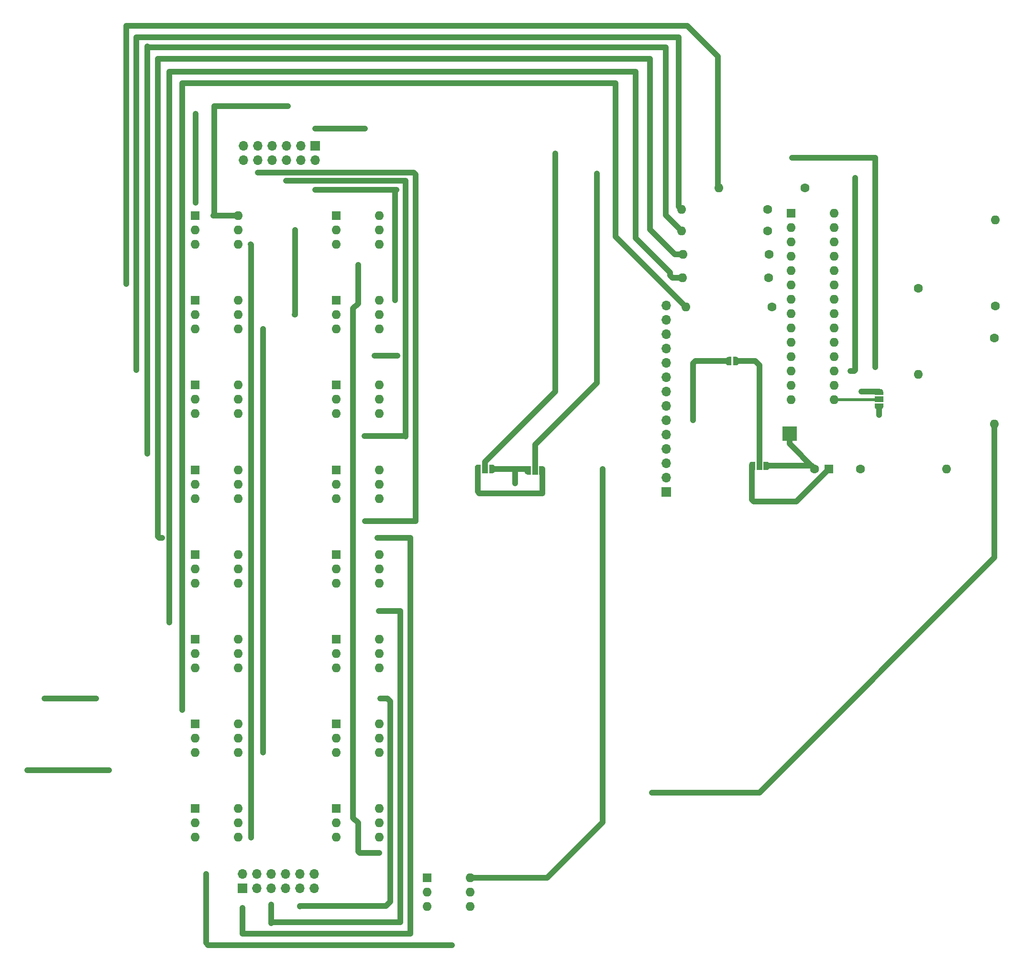
<source format=gbr>
%TF.GenerationSoftware,KiCad,Pcbnew,(5.1.9-0-10_14)*%
%TF.CreationDate,2021-03-09T15:00:21+00:00*%
%TF.ProjectId,Solar_Multiplexer,536f6c61-725f-44d7-956c-7469706c6578,rev?*%
%TF.SameCoordinates,Original*%
%TF.FileFunction,Copper,L1,Top*%
%TF.FilePolarity,Positive*%
%FSLAX46Y46*%
G04 Gerber Fmt 4.6, Leading zero omitted, Abs format (unit mm)*
G04 Created by KiCad (PCBNEW (5.1.9-0-10_14)) date 2021-03-09 15:00:21*
%MOMM*%
%LPD*%
G01*
G04 APERTURE LIST*
%TA.AperFunction,ComponentPad*%
%ADD10O,1.600000X1.600000*%
%TD*%
%TA.AperFunction,ComponentPad*%
%ADD11C,1.600000*%
%TD*%
%TA.AperFunction,ComponentPad*%
%ADD12R,1.600000X1.600000*%
%TD*%
%TA.AperFunction,SMDPad,CuDef*%
%ADD13R,2.500000X2.500000*%
%TD*%
%TA.AperFunction,SMDPad,CuDef*%
%ADD14R,1.000000X1.500000*%
%TD*%
%TA.AperFunction,SMDPad,CuDef*%
%ADD15C,0.200000*%
%TD*%
%TA.AperFunction,SMDPad,CuDef*%
%ADD16R,1.500000X1.000000*%
%TD*%
%TA.AperFunction,ComponentPad*%
%ADD17O,1.700000X1.700000*%
%TD*%
%TA.AperFunction,ComponentPad*%
%ADD18R,1.700000X1.700000*%
%TD*%
%TA.AperFunction,ViaPad*%
%ADD19C,0.800000*%
%TD*%
%TA.AperFunction,Conductor*%
%ADD20C,1.000000*%
%TD*%
%TA.AperFunction,Conductor*%
%ADD21C,0.500000*%
%TD*%
G04 APERTURE END LIST*
D10*
%TO.P,R10,2*%
%TO.N,/P6*%
X-213070000Y-136210000D03*
D11*
%TO.P,R10,1*%
%TO.N,Net-(R10-Pad1)*%
X-197830000Y-136210000D03*
%TD*%
D10*
%TO.P,R9,2*%
%TO.N,/P5*%
X-213730000Y-130970000D03*
D11*
%TO.P,R9,1*%
%TO.N,Net-(R9-Pad1)*%
X-198490000Y-130970000D03*
%TD*%
D10*
%TO.P,R8,2*%
%TO.N,/P4*%
X-213590000Y-126820000D03*
D11*
%TO.P,R8,1*%
%TO.N,Net-(R8-Pad1)*%
X-198350000Y-126820000D03*
%TD*%
D10*
%TO.P,R7,2*%
%TO.N,/P3*%
X-213868000Y-122682000D03*
D11*
%TO.P,R7,1*%
%TO.N,Net-(R7-Pad1)*%
X-198628000Y-122682000D03*
%TD*%
D10*
%TO.P,R6,2*%
%TO.N,/P2*%
X-213868000Y-118872000D03*
D11*
%TO.P,R6,1*%
%TO.N,Net-(R6-Pad1)*%
X-198628000Y-118872000D03*
%TD*%
D10*
%TO.P,R5,2*%
%TO.N,/P1*%
X-207264000Y-115062000D03*
D11*
%TO.P,R5,1*%
%TO.N,Net-(R5-Pad1)*%
X-192024000Y-115062000D03*
%TD*%
D10*
%TO.P,U10,6*%
%TO.N,/VB*%
X-292380000Y-225000000D03*
%TO.P,U10,3*%
%TO.N,Net-(U10-Pad3)*%
X-300000000Y-230080000D03*
%TO.P,U10,5*%
%TO.N,Net-(U10-Pad5)*%
X-292380000Y-227540000D03*
%TO.P,U10,2*%
%TO.N,GND*%
X-300000000Y-227540000D03*
%TO.P,U10,4*%
%TO.N,V-*%
X-292380000Y-230080000D03*
D12*
%TO.P,U10,1*%
%TO.N,/BOT*%
X-300000000Y-225000000D03*
%TD*%
D10*
%TO.P,U22,28*%
%TO.N,Net-(U22-Pad28)*%
X-186870000Y-119550000D03*
%TO.P,U22,14*%
%TO.N,MISO*%
X-194490000Y-152570000D03*
%TO.P,U22,27*%
%TO.N,Net-(U22-Pad27)*%
X-186870000Y-122090000D03*
%TO.P,U22,13*%
%TO.N,MOSI*%
X-194490000Y-150030000D03*
%TO.P,U22,26*%
%TO.N,Net-(U22-Pad26)*%
X-186870000Y-124630000D03*
%TO.P,U22,12*%
%TO.N,SCK*%
X-194490000Y-147490000D03*
%TO.P,U22,25*%
%TO.N,Net-(U22-Pad25)*%
X-186870000Y-127170000D03*
%TO.P,U22,11*%
%TO.N,~CS*%
X-194490000Y-144950000D03*
%TO.P,U22,24*%
%TO.N,Net-(U22-Pad24)*%
X-186870000Y-129710000D03*
%TO.P,U22,10*%
%TO.N,GND*%
X-194490000Y-142410000D03*
%TO.P,U22,23*%
%TO.N,Net-(R4-Pad1)*%
X-186870000Y-132250000D03*
%TO.P,U22,9*%
%TO.N,+5V*%
X-194490000Y-139870000D03*
%TO.P,U22,22*%
%TO.N,Net-(R2-Pad1)*%
X-186870000Y-134790000D03*
%TO.P,U22,8*%
%TO.N,Net-(U22-Pad8)*%
X-194490000Y-137330000D03*
%TO.P,U22,21*%
%TO.N,Net-(R1-Pad1)*%
X-186870000Y-137330000D03*
%TO.P,U22,7*%
%TO.N,Net-(U22-Pad7)*%
X-194490000Y-134790000D03*
%TO.P,U22,20*%
%TO.N,Net-(U22-Pad20)*%
X-186870000Y-139870000D03*
%TO.P,U22,6*%
%TO.N,Net-(R10-Pad1)*%
X-194490000Y-132250000D03*
%TO.P,U22,19*%
%TO.N,Net-(U22-Pad19)*%
X-186870000Y-142410000D03*
%TO.P,U22,5*%
%TO.N,Net-(R9-Pad1)*%
X-194490000Y-129710000D03*
%TO.P,U22,18*%
%TO.N,Net-(R3-Pad2)*%
X-186870000Y-144950000D03*
%TO.P,U22,4*%
%TO.N,Net-(R8-Pad1)*%
X-194490000Y-127170000D03*
%TO.P,U22,17*%
%TO.N,A2*%
X-186870000Y-147490000D03*
%TO.P,U22,3*%
%TO.N,Net-(R7-Pad1)*%
X-194490000Y-124630000D03*
%TO.P,U22,16*%
%TO.N,A1*%
X-186870000Y-150030000D03*
%TO.P,U22,2*%
%TO.N,Net-(R6-Pad1)*%
X-194490000Y-122090000D03*
%TO.P,U22,15*%
%TO.N,A0*%
X-186870000Y-152570000D03*
D12*
%TO.P,U22,1*%
%TO.N,Net-(R5-Pad1)*%
X-194490000Y-119550000D03*
%TD*%
D10*
%TO.P,U21,6*%
%TO.N,V_D*%
X-251290000Y-237300000D03*
%TO.P,U21,3*%
%TO.N,Net-(U21-Pad3)*%
X-258910000Y-242380000D03*
%TO.P,U21,5*%
%TO.N,/RSense*%
X-251290000Y-239840000D03*
%TO.P,U21,2*%
%TO.N,GND*%
X-258910000Y-239840000D03*
%TO.P,U21,4*%
%TO.N,Net-(U21-Pad4)*%
X-251290000Y-242380000D03*
D12*
%TO.P,U21,1*%
%TO.N,/V_D_EN*%
X-258910000Y-237300000D03*
%TD*%
D10*
%TO.P,U20,6*%
%TO.N,/IB*%
X-267380000Y-225000000D03*
%TO.P,U20,3*%
%TO.N,Net-(U20-Pad3)*%
X-275000000Y-230080000D03*
%TO.P,U20,5*%
%TO.N,Net-(U20-Pad5)*%
X-267380000Y-227540000D03*
%TO.P,U20,2*%
%TO.N,GND*%
X-275000000Y-227540000D03*
%TO.P,U20,4*%
%TO.N,I-*%
X-267380000Y-230080000D03*
D12*
%TO.P,U20,1*%
%TO.N,/BOT*%
X-275000000Y-225000000D03*
%TD*%
D10*
%TO.P,U17,6*%
%TO.N,/I6*%
X-267380000Y-210000000D03*
%TO.P,U17,3*%
%TO.N,Net-(U17-Pad3)*%
X-275000000Y-215080000D03*
%TO.P,U17,5*%
%TO.N,Net-(U17-Pad5)*%
X-267380000Y-212540000D03*
%TO.P,U17,2*%
%TO.N,GND*%
X-275000000Y-212540000D03*
%TO.P,U17,4*%
%TO.N,I+*%
X-267380000Y-215080000D03*
D12*
%TO.P,U17,1*%
%TO.N,/P6*%
X-275000000Y-210000000D03*
%TD*%
D10*
%TO.P,U16,6*%
%TO.N,/I5*%
X-267380000Y-195000000D03*
%TO.P,U16,3*%
%TO.N,Net-(U16-Pad3)*%
X-275000000Y-200080000D03*
%TO.P,U16,5*%
%TO.N,Net-(U16-Pad5)*%
X-267380000Y-197540000D03*
%TO.P,U16,2*%
%TO.N,GND*%
X-275000000Y-197540000D03*
%TO.P,U16,4*%
%TO.N,I+*%
X-267380000Y-200080000D03*
D12*
%TO.P,U16,1*%
%TO.N,/P5*%
X-275000000Y-195000000D03*
%TD*%
D10*
%TO.P,U15,6*%
%TO.N,/I4*%
X-267380000Y-180000000D03*
%TO.P,U15,3*%
%TO.N,Net-(U15-Pad3)*%
X-275000000Y-185080000D03*
%TO.P,U15,5*%
%TO.N,Net-(U15-Pad5)*%
X-267380000Y-182540000D03*
%TO.P,U15,2*%
%TO.N,GND*%
X-275000000Y-182540000D03*
%TO.P,U15,4*%
%TO.N,I+*%
X-267380000Y-185080000D03*
D12*
%TO.P,U15,1*%
%TO.N,/P4*%
X-275000000Y-180000000D03*
%TD*%
D10*
%TO.P,U14,6*%
%TO.N,/I3*%
X-267380000Y-165000000D03*
%TO.P,U14,3*%
%TO.N,Net-(U14-Pad3)*%
X-275000000Y-170080000D03*
%TO.P,U14,5*%
%TO.N,Net-(U14-Pad5)*%
X-267380000Y-167540000D03*
%TO.P,U14,2*%
%TO.N,GND*%
X-275000000Y-167540000D03*
%TO.P,U14,4*%
%TO.N,I+*%
X-267380000Y-170080000D03*
D12*
%TO.P,U14,1*%
%TO.N,/P3*%
X-275000000Y-165000000D03*
%TD*%
D10*
%TO.P,U13,6*%
%TO.N,/I2*%
X-267380000Y-150000000D03*
%TO.P,U13,3*%
%TO.N,Net-(U13-Pad3)*%
X-275000000Y-155080000D03*
%TO.P,U13,5*%
%TO.N,Net-(U13-Pad5)*%
X-267380000Y-152540000D03*
%TO.P,U13,2*%
%TO.N,GND*%
X-275000000Y-152540000D03*
%TO.P,U13,4*%
%TO.N,I+*%
X-267380000Y-155080000D03*
D12*
%TO.P,U13,1*%
%TO.N,/P2*%
X-275000000Y-150000000D03*
%TD*%
D10*
%TO.P,U12,6*%
%TO.N,/I1*%
X-267380000Y-135000000D03*
%TO.P,U12,3*%
%TO.N,Net-(U12-Pad3)*%
X-275000000Y-140080000D03*
%TO.P,U12,5*%
%TO.N,Net-(U12-Pad5)*%
X-267380000Y-137540000D03*
%TO.P,U12,2*%
%TO.N,GND*%
X-275000000Y-137540000D03*
%TO.P,U12,4*%
%TO.N,I+*%
X-267380000Y-140080000D03*
D12*
%TO.P,U12,1*%
%TO.N,/P1*%
X-275000000Y-135000000D03*
%TD*%
D10*
%TO.P,U11,6*%
%TO.N,/IT*%
X-267380000Y-120000000D03*
%TO.P,U11,3*%
%TO.N,Net-(U11-Pad3)*%
X-275000000Y-125080000D03*
%TO.P,U11,5*%
%TO.N,Net-(U11-Pad5)*%
X-267380000Y-122540000D03*
%TO.P,U11,2*%
%TO.N,GND*%
X-275000000Y-122540000D03*
%TO.P,U11,4*%
%TO.N,I-*%
X-267380000Y-125080000D03*
D12*
%TO.P,U11,1*%
%TO.N,/TOP*%
X-275000000Y-120000000D03*
%TD*%
D10*
%TO.P,U7,6*%
%TO.N,/V6*%
X-292380000Y-210000000D03*
%TO.P,U7,3*%
%TO.N,Net-(U7-Pad3)*%
X-300000000Y-215080000D03*
%TO.P,U7,5*%
%TO.N,Net-(U7-Pad5)*%
X-292380000Y-212540000D03*
%TO.P,U7,2*%
%TO.N,GND*%
X-300000000Y-212540000D03*
%TO.P,U7,4*%
%TO.N,V+*%
X-292380000Y-215080000D03*
D12*
%TO.P,U7,1*%
%TO.N,/P6*%
X-300000000Y-210000000D03*
%TD*%
D10*
%TO.P,U6,6*%
%TO.N,/V5*%
X-292380000Y-195000000D03*
%TO.P,U6,3*%
%TO.N,Net-(U6-Pad3)*%
X-300000000Y-200080000D03*
%TO.P,U6,5*%
%TO.N,Net-(U6-Pad5)*%
X-292380000Y-197540000D03*
%TO.P,U6,2*%
%TO.N,GND*%
X-300000000Y-197540000D03*
%TO.P,U6,4*%
%TO.N,V+*%
X-292380000Y-200080000D03*
D12*
%TO.P,U6,1*%
%TO.N,/P5*%
X-300000000Y-195000000D03*
%TD*%
D10*
%TO.P,U5,6*%
%TO.N,/V4*%
X-292380000Y-180000000D03*
%TO.P,U5,3*%
%TO.N,Net-(U5-Pad3)*%
X-300000000Y-185080000D03*
%TO.P,U5,5*%
%TO.N,Net-(U5-Pad5)*%
X-292380000Y-182540000D03*
%TO.P,U5,2*%
%TO.N,GND*%
X-300000000Y-182540000D03*
%TO.P,U5,4*%
%TO.N,V+*%
X-292380000Y-185080000D03*
D12*
%TO.P,U5,1*%
%TO.N,/P4*%
X-300000000Y-180000000D03*
%TD*%
D10*
%TO.P,U4,6*%
%TO.N,/V3*%
X-292380000Y-165000000D03*
%TO.P,U4,3*%
%TO.N,Net-(U4-Pad3)*%
X-300000000Y-170080000D03*
%TO.P,U4,5*%
%TO.N,Net-(U4-Pad5)*%
X-292380000Y-167540000D03*
%TO.P,U4,2*%
%TO.N,GND*%
X-300000000Y-167540000D03*
%TO.P,U4,4*%
%TO.N,V+*%
X-292380000Y-170080000D03*
D12*
%TO.P,U4,1*%
%TO.N,/P3*%
X-300000000Y-165000000D03*
%TD*%
D10*
%TO.P,U3,6*%
%TO.N,/V2*%
X-292380000Y-150000000D03*
%TO.P,U3,3*%
%TO.N,Net-(U3-Pad3)*%
X-300000000Y-155080000D03*
%TO.P,U3,5*%
%TO.N,Net-(U3-Pad5)*%
X-292380000Y-152540000D03*
%TO.P,U3,2*%
%TO.N,GND*%
X-300000000Y-152540000D03*
%TO.P,U3,4*%
%TO.N,V+*%
X-292380000Y-155080000D03*
D12*
%TO.P,U3,1*%
%TO.N,/P2*%
X-300000000Y-150000000D03*
%TD*%
D10*
%TO.P,U2,6*%
%TO.N,/V1*%
X-292380000Y-135000000D03*
%TO.P,U2,3*%
%TO.N,Net-(U2-Pad3)*%
X-300000000Y-140080000D03*
%TO.P,U2,5*%
%TO.N,Net-(U2-Pad5)*%
X-292380000Y-137540000D03*
%TO.P,U2,2*%
%TO.N,GND*%
X-300000000Y-137540000D03*
%TO.P,U2,4*%
%TO.N,V+*%
X-292380000Y-140080000D03*
D12*
%TO.P,U2,1*%
%TO.N,/P1*%
X-300000000Y-135000000D03*
%TD*%
D10*
%TO.P,U1,6*%
%TO.N,/VT*%
X-292380000Y-120000000D03*
%TO.P,U1,3*%
%TO.N,Net-(U1-Pad3)*%
X-300000000Y-125080000D03*
%TO.P,U1,5*%
%TO.N,Net-(U1-Pad5)*%
X-292380000Y-122540000D03*
%TO.P,U1,2*%
%TO.N,GND*%
X-300000000Y-122540000D03*
%TO.P,U1,4*%
%TO.N,V-*%
X-292380000Y-125080000D03*
D12*
%TO.P,U1,1*%
%TO.N,/TOP*%
X-300000000Y-120000000D03*
%TD*%
D13*
%TO.P,TP1,1*%
%TO.N,GND*%
X-194740000Y-158580000D03*
%TD*%
D10*
%TO.P,R4,2*%
%TO.N,/V_D_EN*%
X-171958000Y-148082000D03*
D11*
%TO.P,R4,1*%
%TO.N,Net-(R4-Pad1)*%
X-171958000Y-132842000D03*
%TD*%
D10*
%TO.P,R3,2*%
%TO.N,Net-(R3-Pad2)*%
X-166980000Y-164890000D03*
D11*
%TO.P,R3,1*%
%TO.N,+5V*%
X-182220000Y-164890000D03*
%TD*%
D10*
%TO.P,R2,2*%
%TO.N,/BOT*%
X-158460000Y-156870000D03*
D11*
%TO.P,R2,1*%
%TO.N,Net-(R2-Pad1)*%
X-158460000Y-141630000D03*
%TD*%
D10*
%TO.P,R1,2*%
%TO.N,/TOP*%
X-158320000Y-120730000D03*
D11*
%TO.P,R1,1*%
%TO.N,Net-(R1-Pad1)*%
X-158320000Y-135970000D03*
%TD*%
D14*
%TO.P,JP5,2*%
%TO.N,~CS*%
X-200090000Y-164310000D03*
%TA.AperFunction,SMDPad,CuDef*%
D15*
%TO.P,JP5,3*%
%TO.N,GND*%
G36*
X-198790000Y-163560602D02*
G01*
X-198765466Y-163560602D01*
X-198716635Y-163565412D01*
X-198668510Y-163574984D01*
X-198621555Y-163589228D01*
X-198576222Y-163608005D01*
X-198532949Y-163631136D01*
X-198492150Y-163658396D01*
X-198454221Y-163689524D01*
X-198419524Y-163724221D01*
X-198388396Y-163762150D01*
X-198361136Y-163802949D01*
X-198338005Y-163846222D01*
X-198319228Y-163891555D01*
X-198304984Y-163938510D01*
X-198295412Y-163986635D01*
X-198290602Y-164035466D01*
X-198290602Y-164060000D01*
X-198290000Y-164060000D01*
X-198290000Y-164560000D01*
X-198290602Y-164560000D01*
X-198290602Y-164584534D01*
X-198295412Y-164633365D01*
X-198304984Y-164681490D01*
X-198319228Y-164728445D01*
X-198338005Y-164773778D01*
X-198361136Y-164817051D01*
X-198388396Y-164857850D01*
X-198419524Y-164895779D01*
X-198454221Y-164930476D01*
X-198492150Y-164961604D01*
X-198532949Y-164988864D01*
X-198576222Y-165011995D01*
X-198621555Y-165030772D01*
X-198668510Y-165045016D01*
X-198716635Y-165054588D01*
X-198765466Y-165059398D01*
X-198790000Y-165059398D01*
X-198790000Y-165060000D01*
X-199340000Y-165060000D01*
X-199340000Y-163560000D01*
X-198790000Y-163560000D01*
X-198790000Y-163560602D01*
G37*
%TD.AperFunction*%
%TA.AperFunction,SMDPad,CuDef*%
%TO.P,JP5,1*%
%TO.N,+5V*%
G36*
X-200840000Y-165060000D02*
G01*
X-201390000Y-165060000D01*
X-201390000Y-165059398D01*
X-201414534Y-165059398D01*
X-201463365Y-165054588D01*
X-201511490Y-165045016D01*
X-201558445Y-165030772D01*
X-201603778Y-165011995D01*
X-201647051Y-164988864D01*
X-201687850Y-164961604D01*
X-201725779Y-164930476D01*
X-201760476Y-164895779D01*
X-201791604Y-164857850D01*
X-201818864Y-164817051D01*
X-201841995Y-164773778D01*
X-201860772Y-164728445D01*
X-201875016Y-164681490D01*
X-201884588Y-164633365D01*
X-201889398Y-164584534D01*
X-201889398Y-164560000D01*
X-201890000Y-164560000D01*
X-201890000Y-164060000D01*
X-201889398Y-164060000D01*
X-201889398Y-164035466D01*
X-201884588Y-163986635D01*
X-201875016Y-163938510D01*
X-201860772Y-163891555D01*
X-201841995Y-163846222D01*
X-201818864Y-163802949D01*
X-201791604Y-163762150D01*
X-201760476Y-163724221D01*
X-201725779Y-163689524D01*
X-201687850Y-163658396D01*
X-201647051Y-163631136D01*
X-201603778Y-163608005D01*
X-201558445Y-163589228D01*
X-201511490Y-163574984D01*
X-201463365Y-163565412D01*
X-201414534Y-163560602D01*
X-201390000Y-163560602D01*
X-201390000Y-163560000D01*
X-200840000Y-163560000D01*
X-200840000Y-165060000D01*
G37*
%TD.AperFunction*%
%TD*%
D14*
%TO.P,JP4,2*%
%TO.N,A2*%
X-248666000Y-164846000D03*
%TA.AperFunction,SMDPad,CuDef*%
D15*
%TO.P,JP4,3*%
%TO.N,GND*%
G36*
X-249966000Y-165595398D02*
G01*
X-249990534Y-165595398D01*
X-250039365Y-165590588D01*
X-250087490Y-165581016D01*
X-250134445Y-165566772D01*
X-250179778Y-165547995D01*
X-250223051Y-165524864D01*
X-250263850Y-165497604D01*
X-250301779Y-165466476D01*
X-250336476Y-165431779D01*
X-250367604Y-165393850D01*
X-250394864Y-165353051D01*
X-250417995Y-165309778D01*
X-250436772Y-165264445D01*
X-250451016Y-165217490D01*
X-250460588Y-165169365D01*
X-250465398Y-165120534D01*
X-250465398Y-165096000D01*
X-250466000Y-165096000D01*
X-250466000Y-164596000D01*
X-250465398Y-164596000D01*
X-250465398Y-164571466D01*
X-250460588Y-164522635D01*
X-250451016Y-164474510D01*
X-250436772Y-164427555D01*
X-250417995Y-164382222D01*
X-250394864Y-164338949D01*
X-250367604Y-164298150D01*
X-250336476Y-164260221D01*
X-250301779Y-164225524D01*
X-250263850Y-164194396D01*
X-250223051Y-164167136D01*
X-250179778Y-164144005D01*
X-250134445Y-164125228D01*
X-250087490Y-164110984D01*
X-250039365Y-164101412D01*
X-249990534Y-164096602D01*
X-249966000Y-164096602D01*
X-249966000Y-164096000D01*
X-249416000Y-164096000D01*
X-249416000Y-165596000D01*
X-249966000Y-165596000D01*
X-249966000Y-165595398D01*
G37*
%TD.AperFunction*%
%TA.AperFunction,SMDPad,CuDef*%
%TO.P,JP4,1*%
%TO.N,+5V*%
G36*
X-247916000Y-164096000D02*
G01*
X-247366000Y-164096000D01*
X-247366000Y-164096602D01*
X-247341466Y-164096602D01*
X-247292635Y-164101412D01*
X-247244510Y-164110984D01*
X-247197555Y-164125228D01*
X-247152222Y-164144005D01*
X-247108949Y-164167136D01*
X-247068150Y-164194396D01*
X-247030221Y-164225524D01*
X-246995524Y-164260221D01*
X-246964396Y-164298150D01*
X-246937136Y-164338949D01*
X-246914005Y-164382222D01*
X-246895228Y-164427555D01*
X-246880984Y-164474510D01*
X-246871412Y-164522635D01*
X-246866602Y-164571466D01*
X-246866602Y-164596000D01*
X-246866000Y-164596000D01*
X-246866000Y-165096000D01*
X-246866602Y-165096000D01*
X-246866602Y-165120534D01*
X-246871412Y-165169365D01*
X-246880984Y-165217490D01*
X-246895228Y-165264445D01*
X-246914005Y-165309778D01*
X-246937136Y-165353051D01*
X-246964396Y-165393850D01*
X-246995524Y-165431779D01*
X-247030221Y-165466476D01*
X-247068150Y-165497604D01*
X-247108949Y-165524864D01*
X-247152222Y-165547995D01*
X-247197555Y-165566772D01*
X-247244510Y-165581016D01*
X-247292635Y-165590588D01*
X-247341466Y-165595398D01*
X-247366000Y-165595398D01*
X-247366000Y-165596000D01*
X-247916000Y-165596000D01*
X-247916000Y-164096000D01*
G37*
%TD.AperFunction*%
%TD*%
D14*
%TO.P,JP3,2*%
%TO.N,A1*%
X-239806000Y-165100000D03*
%TA.AperFunction,SMDPad,CuDef*%
D15*
%TO.P,JP3,3*%
%TO.N,GND*%
G36*
X-238506000Y-164350602D02*
G01*
X-238481466Y-164350602D01*
X-238432635Y-164355412D01*
X-238384510Y-164364984D01*
X-238337555Y-164379228D01*
X-238292222Y-164398005D01*
X-238248949Y-164421136D01*
X-238208150Y-164448396D01*
X-238170221Y-164479524D01*
X-238135524Y-164514221D01*
X-238104396Y-164552150D01*
X-238077136Y-164592949D01*
X-238054005Y-164636222D01*
X-238035228Y-164681555D01*
X-238020984Y-164728510D01*
X-238011412Y-164776635D01*
X-238006602Y-164825466D01*
X-238006602Y-164850000D01*
X-238006000Y-164850000D01*
X-238006000Y-165350000D01*
X-238006602Y-165350000D01*
X-238006602Y-165374534D01*
X-238011412Y-165423365D01*
X-238020984Y-165471490D01*
X-238035228Y-165518445D01*
X-238054005Y-165563778D01*
X-238077136Y-165607051D01*
X-238104396Y-165647850D01*
X-238135524Y-165685779D01*
X-238170221Y-165720476D01*
X-238208150Y-165751604D01*
X-238248949Y-165778864D01*
X-238292222Y-165801995D01*
X-238337555Y-165820772D01*
X-238384510Y-165835016D01*
X-238432635Y-165844588D01*
X-238481466Y-165849398D01*
X-238506000Y-165849398D01*
X-238506000Y-165850000D01*
X-239056000Y-165850000D01*
X-239056000Y-164350000D01*
X-238506000Y-164350000D01*
X-238506000Y-164350602D01*
G37*
%TD.AperFunction*%
%TA.AperFunction,SMDPad,CuDef*%
%TO.P,JP3,1*%
%TO.N,+5V*%
G36*
X-240556000Y-165850000D02*
G01*
X-241106000Y-165850000D01*
X-241106000Y-165849398D01*
X-241130534Y-165849398D01*
X-241179365Y-165844588D01*
X-241227490Y-165835016D01*
X-241274445Y-165820772D01*
X-241319778Y-165801995D01*
X-241363051Y-165778864D01*
X-241403850Y-165751604D01*
X-241441779Y-165720476D01*
X-241476476Y-165685779D01*
X-241507604Y-165647850D01*
X-241534864Y-165607051D01*
X-241557995Y-165563778D01*
X-241576772Y-165518445D01*
X-241591016Y-165471490D01*
X-241600588Y-165423365D01*
X-241605398Y-165374534D01*
X-241605398Y-165350000D01*
X-241606000Y-165350000D01*
X-241606000Y-164850000D01*
X-241605398Y-164850000D01*
X-241605398Y-164825466D01*
X-241600588Y-164776635D01*
X-241591016Y-164728510D01*
X-241576772Y-164681555D01*
X-241557995Y-164636222D01*
X-241534864Y-164592949D01*
X-241507604Y-164552150D01*
X-241476476Y-164514221D01*
X-241441779Y-164479524D01*
X-241403850Y-164448396D01*
X-241363051Y-164421136D01*
X-241319778Y-164398005D01*
X-241274445Y-164379228D01*
X-241227490Y-164364984D01*
X-241179365Y-164355412D01*
X-241130534Y-164350602D01*
X-241106000Y-164350602D01*
X-241106000Y-164350000D01*
X-240556000Y-164350000D01*
X-240556000Y-165850000D01*
G37*
%TD.AperFunction*%
%TD*%
D16*
%TO.P,JP2,2*%
%TO.N,A0*%
X-178910000Y-152490000D03*
%TA.AperFunction,SMDPad,CuDef*%
D15*
%TO.P,JP2,3*%
%TO.N,GND*%
G36*
X-178160602Y-153790000D02*
G01*
X-178160602Y-153814534D01*
X-178165412Y-153863365D01*
X-178174984Y-153911490D01*
X-178189228Y-153958445D01*
X-178208005Y-154003778D01*
X-178231136Y-154047051D01*
X-178258396Y-154087850D01*
X-178289524Y-154125779D01*
X-178324221Y-154160476D01*
X-178362150Y-154191604D01*
X-178402949Y-154218864D01*
X-178446222Y-154241995D01*
X-178491555Y-154260772D01*
X-178538510Y-154275016D01*
X-178586635Y-154284588D01*
X-178635466Y-154289398D01*
X-178660000Y-154289398D01*
X-178660000Y-154290000D01*
X-179160000Y-154290000D01*
X-179160000Y-154289398D01*
X-179184534Y-154289398D01*
X-179233365Y-154284588D01*
X-179281490Y-154275016D01*
X-179328445Y-154260772D01*
X-179373778Y-154241995D01*
X-179417051Y-154218864D01*
X-179457850Y-154191604D01*
X-179495779Y-154160476D01*
X-179530476Y-154125779D01*
X-179561604Y-154087850D01*
X-179588864Y-154047051D01*
X-179611995Y-154003778D01*
X-179630772Y-153958445D01*
X-179645016Y-153911490D01*
X-179654588Y-153863365D01*
X-179659398Y-153814534D01*
X-179659398Y-153790000D01*
X-179660000Y-153790000D01*
X-179660000Y-153240000D01*
X-178160000Y-153240000D01*
X-178160000Y-153790000D01*
X-178160602Y-153790000D01*
G37*
%TD.AperFunction*%
%TA.AperFunction,SMDPad,CuDef*%
%TO.P,JP2,1*%
%TO.N,+5V*%
G36*
X-179660000Y-151740000D02*
G01*
X-179660000Y-151190000D01*
X-179659398Y-151190000D01*
X-179659398Y-151165466D01*
X-179654588Y-151116635D01*
X-179645016Y-151068510D01*
X-179630772Y-151021555D01*
X-179611995Y-150976222D01*
X-179588864Y-150932949D01*
X-179561604Y-150892150D01*
X-179530476Y-150854221D01*
X-179495779Y-150819524D01*
X-179457850Y-150788396D01*
X-179417051Y-150761136D01*
X-179373778Y-150738005D01*
X-179328445Y-150719228D01*
X-179281490Y-150704984D01*
X-179233365Y-150695412D01*
X-179184534Y-150690602D01*
X-179160000Y-150690602D01*
X-179160000Y-150690000D01*
X-178660000Y-150690000D01*
X-178660000Y-150690602D01*
X-178635466Y-150690602D01*
X-178586635Y-150695412D01*
X-178538510Y-150704984D01*
X-178491555Y-150719228D01*
X-178446222Y-150738005D01*
X-178402949Y-150761136D01*
X-178362150Y-150788396D01*
X-178324221Y-150819524D01*
X-178289524Y-150854221D01*
X-178258396Y-150892150D01*
X-178231136Y-150932949D01*
X-178208005Y-150976222D01*
X-178189228Y-151021555D01*
X-178174984Y-151068510D01*
X-178165412Y-151116635D01*
X-178160602Y-151165466D01*
X-178160602Y-151190000D01*
X-178160000Y-151190000D01*
X-178160000Y-151740000D01*
X-179660000Y-151740000D01*
G37*
%TD.AperFunction*%
%TD*%
%TA.AperFunction,SMDPad,CuDef*%
%TO.P,JP1,2*%
%TO.N,Net-(J1-Pad6)*%
G36*
X-205530000Y-146509398D02*
G01*
X-205554534Y-146509398D01*
X-205603365Y-146504588D01*
X-205651490Y-146495016D01*
X-205698445Y-146480772D01*
X-205743778Y-146461995D01*
X-205787051Y-146438864D01*
X-205827850Y-146411604D01*
X-205865779Y-146380476D01*
X-205900476Y-146345779D01*
X-205931604Y-146307850D01*
X-205958864Y-146267051D01*
X-205981995Y-146223778D01*
X-206000772Y-146178445D01*
X-206015016Y-146131490D01*
X-206024588Y-146083365D01*
X-206029398Y-146034534D01*
X-206029398Y-146010000D01*
X-206030000Y-146010000D01*
X-206030000Y-145510000D01*
X-206029398Y-145510000D01*
X-206029398Y-145485466D01*
X-206024588Y-145436635D01*
X-206015016Y-145388510D01*
X-206000772Y-145341555D01*
X-205981995Y-145296222D01*
X-205958864Y-145252949D01*
X-205931604Y-145212150D01*
X-205900476Y-145174221D01*
X-205865779Y-145139524D01*
X-205827850Y-145108396D01*
X-205787051Y-145081136D01*
X-205743778Y-145058005D01*
X-205698445Y-145039228D01*
X-205651490Y-145024984D01*
X-205603365Y-145015412D01*
X-205554534Y-145010602D01*
X-205530000Y-145010602D01*
X-205530000Y-145010000D01*
X-205030000Y-145010000D01*
X-205030000Y-146510000D01*
X-205530000Y-146510000D01*
X-205530000Y-146509398D01*
G37*
%TD.AperFunction*%
%TA.AperFunction,SMDPad,CuDef*%
%TO.P,JP1,1*%
%TO.N,~CS*%
G36*
X-204730000Y-145010000D02*
G01*
X-204230000Y-145010000D01*
X-204230000Y-145010602D01*
X-204205466Y-145010602D01*
X-204156635Y-145015412D01*
X-204108510Y-145024984D01*
X-204061555Y-145039228D01*
X-204016222Y-145058005D01*
X-203972949Y-145081136D01*
X-203932150Y-145108396D01*
X-203894221Y-145139524D01*
X-203859524Y-145174221D01*
X-203828396Y-145212150D01*
X-203801136Y-145252949D01*
X-203778005Y-145296222D01*
X-203759228Y-145341555D01*
X-203744984Y-145388510D01*
X-203735412Y-145436635D01*
X-203730602Y-145485466D01*
X-203730602Y-145510000D01*
X-203730000Y-145510000D01*
X-203730000Y-146010000D01*
X-203730602Y-146010000D01*
X-203730602Y-146034534D01*
X-203735412Y-146083365D01*
X-203744984Y-146131490D01*
X-203759228Y-146178445D01*
X-203778005Y-146223778D01*
X-203801136Y-146267051D01*
X-203828396Y-146307850D01*
X-203859524Y-146345779D01*
X-203894221Y-146380476D01*
X-203932150Y-146411604D01*
X-203972949Y-146438864D01*
X-204016222Y-146461995D01*
X-204061555Y-146480772D01*
X-204108510Y-146495016D01*
X-204156635Y-146504588D01*
X-204205466Y-146509398D01*
X-204230000Y-146509398D01*
X-204230000Y-146510000D01*
X-204730000Y-146510000D01*
X-204730000Y-145010000D01*
G37*
%TD.AperFunction*%
%TD*%
D17*
%TO.P,J3,12*%
%TO.N,/V3*%
X-291430000Y-110150000D03*
%TO.P,J3,11*%
%TO.N,Net-(J3-Pad11)*%
X-291430000Y-107610000D03*
%TO.P,J3,10*%
%TO.N,/I3*%
X-288890000Y-110150000D03*
%TO.P,J3,9*%
%TO.N,Net-(J3-Pad9)*%
X-288890000Y-107610000D03*
%TO.P,J3,8*%
%TO.N,/V2*%
X-286350000Y-110150000D03*
%TO.P,J3,7*%
%TO.N,/IT*%
X-286350000Y-107610000D03*
%TO.P,J3,6*%
%TO.N,/I2*%
X-283810000Y-110150000D03*
%TO.P,J3,5*%
%TO.N,/VT*%
X-283810000Y-107610000D03*
%TO.P,J3,4*%
%TO.N,/V1*%
X-281270000Y-110150000D03*
%TO.P,J3,3*%
%TO.N,GND*%
X-281270000Y-107610000D03*
%TO.P,J3,2*%
%TO.N,/I1*%
X-278730000Y-110150000D03*
D18*
%TO.P,J3,1*%
%TO.N,GND*%
X-278730000Y-107610000D03*
%TD*%
D17*
%TO.P,J2,12*%
%TO.N,Net-(J2-Pad12)*%
X-278870000Y-236580000D03*
%TO.P,J2,11*%
%TO.N,/V6*%
X-278870000Y-239120000D03*
%TO.P,J2,10*%
%TO.N,Net-(J2-Pad10)*%
X-281410000Y-236580000D03*
%TO.P,J2,9*%
%TO.N,/I6*%
X-281410000Y-239120000D03*
%TO.P,J2,8*%
%TO.N,/IB*%
X-283950000Y-236580000D03*
%TO.P,J2,7*%
%TO.N,/V5*%
X-283950000Y-239120000D03*
%TO.P,J2,6*%
%TO.N,/VB*%
X-286490000Y-236580000D03*
%TO.P,J2,5*%
%TO.N,/I5*%
X-286490000Y-239120000D03*
%TO.P,J2,4*%
%TO.N,Net-(J2-Pad4)*%
X-289030000Y-236580000D03*
%TO.P,J2,3*%
%TO.N,/V4*%
X-289030000Y-239120000D03*
%TO.P,J2,2*%
%TO.N,/RSense*%
X-291570000Y-236580000D03*
D18*
%TO.P,J2,1*%
%TO.N,/I4*%
X-291570000Y-239120000D03*
%TD*%
D17*
%TO.P,J1,14*%
%TO.N,I-*%
X-216610000Y-135930000D03*
%TO.P,J1,13*%
%TO.N,V-*%
X-216610000Y-138470000D03*
%TO.P,J1,12*%
%TO.N,V+*%
X-216610000Y-141010000D03*
%TO.P,J1,11*%
%TO.N,I+*%
X-216610000Y-143550000D03*
%TO.P,J1,10*%
%TO.N,GND*%
X-216610000Y-146090000D03*
%TO.P,J1,9*%
%TO.N,SCK*%
X-216610000Y-148630000D03*
%TO.P,J1,8*%
%TO.N,MOSI*%
X-216610000Y-151170000D03*
%TO.P,J1,7*%
%TO.N,MISO*%
X-216610000Y-153710000D03*
%TO.P,J1,6*%
%TO.N,Net-(J1-Pad6)*%
X-216610000Y-156250000D03*
%TO.P,J1,5*%
%TO.N,SCL*%
X-216610000Y-158790000D03*
%TO.P,J1,4*%
%TO.N,SDA*%
X-216610000Y-161330000D03*
%TO.P,J1,3*%
%TO.N,V_D*%
X-216610000Y-163870000D03*
%TO.P,J1,2*%
%TO.N,+3V3*%
X-216610000Y-166410000D03*
D18*
%TO.P,J1,1*%
%TO.N,+5V*%
X-216610000Y-168950000D03*
%TD*%
D11*
%TO.P,C1,2*%
%TO.N,GND*%
X-190300000Y-164850000D03*
D12*
%TO.P,C1,1*%
%TO.N,+5V*%
X-187800000Y-164850000D03*
%TD*%
D19*
%TO.N,I-*%
X-271100000Y-128696000D03*
X-267380000Y-232836000D03*
%TO.N,V-*%
X-290068000Y-230124000D03*
X-290180000Y-125080000D03*
%TO.N,V+*%
X-288036000Y-200152000D03*
X-288036000Y-185166000D03*
X-288036000Y-170180000D03*
X-288002000Y-155160000D03*
X-287970000Y-140080000D03*
X-287970000Y-215072000D03*
X-268224000Y-144780000D03*
X-264160000Y-144780000D03*
%TO.N,GND*%
X-278730000Y-104556000D03*
X-269910000Y-104556000D03*
X-249174000Y-169164000D03*
X-178910000Y-155288000D03*
X-282306000Y-122540000D03*
X-282320000Y-137540000D03*
%TO.N,Net-(J1-Pad6)*%
X-211810000Y-156250000D03*
%TO.N,V_D*%
X-227838000Y-164846000D03*
%TO.N,+5V*%
X-182058000Y-151190000D03*
X-243332000Y-167386000D03*
%TO.N,~CS*%
X-200840000Y-145760000D03*
%TO.N,A1*%
X-179578000Y-146812000D03*
X-228854000Y-112522000D03*
X-194310000Y-109728000D03*
%TO.N,A2*%
X-236220000Y-108966000D03*
X-183980000Y-147490000D03*
X-183134000Y-113538000D03*
%TO.N,/P6*%
X-302228000Y-207550000D03*
%TO.N,/P5*%
X-304546000Y-192024000D03*
%TO.N,/P2*%
X-310388000Y-147320000D03*
%TO.N,/P1*%
X-312166000Y-132080000D03*
%TO.N,/P4*%
X-305829000Y-177051000D03*
%TO.N,/P3*%
X-308474000Y-162170000D03*
%TO.N,/VT*%
X-283610000Y-100620000D03*
%TO.N,/TOP*%
X-299900000Y-117690000D03*
X-299900000Y-101928000D03*
%TO.N,/V5*%
X-326644000Y-205486000D03*
X-317500000Y-205486000D03*
%TO.N,/V6*%
X-315214000Y-218186000D03*
X-329692000Y-218186000D03*
%TO.N,/BOT*%
X-219112000Y-222160000D03*
%TO.N,/I1*%
X-278730000Y-115440000D03*
X-264540000Y-135000000D03*
%TO.N,/I2*%
X-270002000Y-159004000D03*
X-283910000Y-113820000D03*
%TO.N,/I3*%
X-288890000Y-112410000D03*
X-269870000Y-174140000D03*
%TO.N,/I4*%
X-291592000Y-242570000D03*
X-267716000Y-177038000D03*
%TO.N,/I5*%
X-286490000Y-242040000D03*
X-267462000Y-189992000D03*
%TO.N,/I6*%
X-281410000Y-242294000D03*
X-267208000Y-205486000D03*
%TO.N,/RSense*%
X-298048000Y-236580000D03*
X-254508000Y-249174000D03*
%TD*%
D20*
%TO.N,I-*%
X-267380000Y-232836000D02*
X-270846000Y-232836000D01*
X-271100000Y-232582000D02*
X-271100000Y-229952000D01*
X-270846000Y-232836000D02*
X-271100000Y-232582000D01*
X-271100000Y-229952000D02*
X-271100000Y-230296000D01*
X-271100000Y-128696000D02*
X-271100000Y-135540000D01*
X-271100000Y-135540000D02*
X-272000000Y-136440000D01*
X-272000000Y-136440000D02*
X-272000000Y-226650000D01*
X-271100000Y-227550000D02*
X-271100000Y-229952000D01*
X-272000000Y-226650000D02*
X-271100000Y-227550000D01*
%TO.N,V-*%
X-290068000Y-125192000D02*
X-290180000Y-125080000D01*
X-290068000Y-230124000D02*
X-290068000Y-125192000D01*
%TO.N,V+*%
X-287970000Y-140080000D02*
X-287970000Y-215072000D01*
X-287970000Y-215072000D02*
X-287970000Y-215072000D01*
X-267716000Y-144780000D02*
X-268224000Y-144780000D01*
X-267716000Y-144780000D02*
X-264160000Y-144780000D01*
%TO.N,GND*%
X-190840000Y-164310000D02*
X-190300000Y-164850000D01*
X-198790000Y-164310000D02*
X-190840000Y-164310000D01*
X-194740000Y-160410000D02*
X-190300000Y-164850000D01*
X-194740000Y-158580000D02*
X-194740000Y-160410000D01*
X-278730000Y-104556000D02*
X-269910000Y-104556000D01*
X-269910000Y-104556000D02*
X-269910000Y-104556000D01*
X-238506000Y-169164000D02*
X-238506000Y-165100000D01*
X-249682000Y-169164000D02*
X-249174000Y-169164000D01*
X-249966000Y-168880000D02*
X-249682000Y-169164000D01*
X-249966000Y-164846000D02*
X-249966000Y-168880000D01*
X-249174000Y-169164000D02*
X-238506000Y-169164000D01*
X-178910000Y-153790000D02*
X-178910000Y-155288000D01*
X-178910000Y-155288000D02*
X-178910000Y-155288000D01*
X-282306000Y-137526000D02*
X-282320000Y-137540000D01*
X-282306000Y-122540000D02*
X-282306000Y-137526000D01*
%TO.N,Net-(J1-Pad6)*%
X-211810000Y-156250000D02*
X-211810000Y-146200000D01*
X-211370000Y-145760000D02*
X-205530000Y-145760000D01*
X-211810000Y-146200000D02*
X-211370000Y-145760000D01*
%TO.N,V_D*%
X-251290000Y-237300000D02*
X-237680000Y-237300000D01*
X-237680000Y-237300000D02*
X-227838000Y-227458000D01*
X-227838000Y-227458000D02*
X-227838000Y-164846000D01*
X-227838000Y-164846000D02*
X-227838000Y-164846000D01*
%TO.N,+5V*%
X-201390000Y-164310000D02*
X-201390000Y-170310000D01*
X-201390000Y-170310000D02*
X-201070000Y-170630000D01*
X-193580000Y-170630000D02*
X-187800000Y-164850000D01*
X-201070000Y-170630000D02*
X-193580000Y-170630000D01*
X-241360000Y-164846000D02*
X-241106000Y-165100000D01*
X-178910000Y-151190000D02*
X-182058000Y-151190000D01*
X-182058000Y-151190000D02*
X-182058000Y-151190000D01*
X-243332000Y-164846000D02*
X-243332000Y-167386000D01*
X-247366000Y-164846000D02*
X-243332000Y-164846000D01*
X-243332000Y-164846000D02*
X-241360000Y-164846000D01*
X-243332000Y-167386000D02*
X-243332000Y-167386000D01*
%TO.N,~CS*%
X-204230000Y-145760000D02*
X-200840000Y-145760000D01*
X-200840000Y-145760000D02*
X-200840000Y-145760000D01*
X-200090000Y-146510000D02*
X-200840000Y-145760000D01*
X-200090000Y-164310000D02*
X-200090000Y-146510000D01*
D21*
%TO.N,A0*%
X-178990000Y-152570000D02*
X-178910000Y-152490000D01*
X-186870000Y-152570000D02*
X-178990000Y-152570000D01*
D20*
%TO.N,A1*%
X-239806000Y-165100000D02*
X-239806000Y-160558000D01*
X-239806000Y-160558000D02*
X-228854000Y-149606000D01*
X-228854000Y-149606000D02*
X-228854000Y-112522000D01*
X-179578000Y-146812000D02*
X-179578000Y-109728000D01*
X-179578000Y-109728000D02*
X-194310000Y-109728000D01*
X-228854000Y-112522000D02*
X-228854000Y-112522000D01*
X-194310000Y-109728000D02*
X-194310000Y-109728000D01*
%TO.N,A2*%
X-248666000Y-163596000D02*
X-236220000Y-151150000D01*
X-248666000Y-164846000D02*
X-248666000Y-163596000D01*
X-236220000Y-151150000D02*
X-236220000Y-108966000D01*
X-236220000Y-108966000D02*
X-236220000Y-108966000D01*
X-183980000Y-147490000D02*
X-183304000Y-147490000D01*
X-183304000Y-147490000D02*
X-183134000Y-147320000D01*
X-183134000Y-147320000D02*
X-183134000Y-113538000D01*
X-183134000Y-113538000D02*
X-183134000Y-113284000D01*
%TO.N,/P6*%
X-302228000Y-96552000D02*
X-302228000Y-207550000D01*
X-213070000Y-136210000D02*
X-215646000Y-133634000D01*
X-225552000Y-96520000D02*
X-302260000Y-96520000D01*
X-215646000Y-133604000D02*
X-225552000Y-123698000D01*
X-302260000Y-96520000D02*
X-302228000Y-96552000D01*
X-225552000Y-123698000D02*
X-225552000Y-96520000D01*
X-215646000Y-133634000D02*
X-215646000Y-133604000D01*
%TO.N,/P5*%
X-304546000Y-94488000D02*
X-304546000Y-192024000D01*
X-304546000Y-192024000D02*
X-304546000Y-192024000D01*
X-213730000Y-130970000D02*
X-215486000Y-130970000D01*
X-215486000Y-130970000D02*
X-215900000Y-130556000D01*
X-215900000Y-130556000D02*
X-215900000Y-130048000D01*
X-221996000Y-123952000D02*
X-221996000Y-94488000D01*
X-215900000Y-130048000D02*
X-221996000Y-123952000D01*
X-221996000Y-94488000D02*
X-304546000Y-94488000D01*
%TO.N,/P2*%
X-310388000Y-88392000D02*
X-310388000Y-147320000D01*
X-214376000Y-88392000D02*
X-310388000Y-88392000D01*
X-214376000Y-118364000D02*
X-213868000Y-118872000D01*
X-214376000Y-88392000D02*
X-214376000Y-118364000D01*
%TO.N,/P1*%
X-312166000Y-86360000D02*
X-212852000Y-86360000D01*
X-312166000Y-132080000D02*
X-312166000Y-86360000D01*
X-212852000Y-86360000D02*
X-207450000Y-91762000D01*
X-207450000Y-112708000D02*
X-207450000Y-112336000D01*
X-207450000Y-111574000D02*
X-207450000Y-114876000D01*
X-207450000Y-114876000D02*
X-207264000Y-115062000D01*
X-207450000Y-91762000D02*
X-207450000Y-111574000D01*
X-207450000Y-111574000D02*
X-207450000Y-112708000D01*
%TO.N,/P4*%
X-305829000Y-177051000D02*
X-306311000Y-177051000D01*
X-306311000Y-177051000D02*
X-306578000Y-176784000D01*
X-306578000Y-176784000D02*
X-306578000Y-92202000D01*
X-213590000Y-126820000D02*
X-215064000Y-126820000D01*
X-215064000Y-126820000D02*
X-219456000Y-122428000D01*
X-219456000Y-122428000D02*
X-219456000Y-92202000D01*
X-306578000Y-92202000D02*
X-219456000Y-92202000D01*
%TO.N,/P3*%
X-308474000Y-162170000D02*
X-308474000Y-90052000D01*
X-308474000Y-90052000D02*
X-308356000Y-90170000D01*
X-216662000Y-90170000D02*
X-216662000Y-119888000D01*
X-308356000Y-90170000D02*
X-216662000Y-90170000D01*
X-216662000Y-119888000D02*
X-213868000Y-122682000D01*
%TO.N,/VT*%
X-292380000Y-120000000D02*
X-296750000Y-120000000D01*
X-296750000Y-120000000D02*
X-296620000Y-119870000D01*
X-296620000Y-119870000D02*
X-296620000Y-100600000D01*
X-296620000Y-100600000D02*
X-296590000Y-100570000D01*
X-296590000Y-100570000D02*
X-283560000Y-100570000D01*
X-283560000Y-100570000D02*
X-283610000Y-100620000D01*
X-283610000Y-100620000D02*
X-283610000Y-100620000D01*
%TO.N,/TOP*%
X-299900000Y-117690000D02*
X-299900000Y-101928000D01*
X-299900000Y-101928000D02*
X-299900000Y-101928000D01*
%TO.N,/V5*%
X-326644000Y-205486000D02*
X-317500000Y-205486000D01*
X-317500000Y-205486000D02*
X-317500000Y-205486000D01*
%TO.N,/V6*%
X-315214000Y-218186000D02*
X-329692000Y-218186000D01*
X-329692000Y-218186000D02*
X-329692000Y-218186000D01*
%TO.N,/BOT*%
X-219112000Y-222160000D02*
X-200062000Y-222160000D01*
X-158460000Y-180558000D02*
X-158460000Y-156870000D01*
X-200062000Y-222160000D02*
X-158460000Y-180558000D01*
%TO.N,/I1*%
X-278730000Y-115440000D02*
X-264320000Y-115440000D01*
X-264320000Y-115440000D02*
X-264540000Y-115660000D01*
X-264540000Y-115660000D02*
X-264540000Y-135000000D01*
%TO.N,/I2*%
X-283910000Y-113820000D02*
X-283910000Y-113820000D01*
X-262770000Y-159020000D02*
X-269986000Y-159020000D01*
X-262710000Y-159080000D02*
X-262770000Y-159020000D01*
X-262710000Y-113820000D02*
X-262710000Y-159080000D01*
X-269986000Y-159020000D02*
X-270002000Y-159004000D01*
X-283910000Y-113820000D02*
X-262710000Y-113820000D01*
%TO.N,/I3*%
X-288890000Y-112410000D02*
X-261240000Y-112410000D01*
X-261240000Y-112410000D02*
X-260910000Y-112740000D01*
X-260910000Y-112740000D02*
X-260910000Y-174140000D01*
X-260910000Y-174140000D02*
X-269870000Y-174140000D01*
X-269870000Y-174140000D02*
X-269870000Y-174140000D01*
%TO.N,/I4*%
X-291592000Y-242570000D02*
X-291592000Y-247142000D01*
X-291592000Y-247142000D02*
X-261874000Y-247142000D01*
X-261874000Y-247142000D02*
X-261874000Y-177038000D01*
X-261874000Y-177038000D02*
X-262128000Y-177038000D01*
X-262128000Y-177038000D02*
X-267716000Y-177038000D01*
X-267716000Y-177038000D02*
X-267716000Y-177038000D01*
%TO.N,/I5*%
X-286490000Y-242040000D02*
X-286490000Y-245342000D01*
X-286490000Y-245342000D02*
X-286258000Y-245110000D01*
X-286258000Y-245110000D02*
X-263652000Y-245110000D01*
X-263652000Y-245110000D02*
X-263652000Y-189992000D01*
X-263652000Y-189992000D02*
X-267462000Y-189992000D01*
X-267462000Y-189992000D02*
X-267462000Y-189992000D01*
%TO.N,/I6*%
X-281410000Y-242294000D02*
X-281432000Y-242316000D01*
X-267208000Y-205486000D02*
X-267208000Y-205486000D01*
X-265430000Y-205994000D02*
X-265938000Y-205486000D01*
X-265938000Y-205486000D02*
X-267208000Y-205486000D01*
X-265430000Y-241500000D02*
X-265430000Y-205994000D01*
X-266224000Y-242294000D02*
X-265430000Y-241500000D01*
X-281410000Y-242294000D02*
X-266224000Y-242294000D01*
%TO.N,/RSense*%
X-298048000Y-236580000D02*
X-298048000Y-248814000D01*
X-298048000Y-248814000D02*
X-297688000Y-249174000D01*
X-297688000Y-249174000D02*
X-254508000Y-249174000D01*
X-254508000Y-249174000D02*
X-254508000Y-249174000D01*
%TD*%
M02*

</source>
